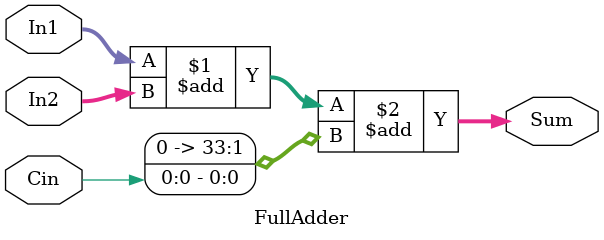
<source format=v>

module multiplier ( input  wire clk, start, is_signed,
                    input  wire [31:0] a, b, 
                    output wire [63:0] s
                   );

reg  is_signed_reg;
reg  [31:0] a_reg;

reg  enable;					
reg  [ 4:0] count ;
reg  [66:0] accumulator ; //(32 + 34) + 1 = 67

wire IsZero, IsDouble, IsNegative ;
wire [33:0] a_0, a_1, a_2 ; // 2(sign extend) + 32
wire [33:0] Sum ;
 
always@(posedge clk)
   if( start )
	 begin
	  a_reg         <=  a;
	  enable        <=  1;
	  is_signed_reg <= is_signed;
	  if( is_signed )
	   count <= 15; // repeat step-by-step addition for 16 clock cycles 
	  else
	   count <= 16; // repeat step-by-step addition for 17 clock cycles 
	 end 
	else if ( count != 5'b0 )
	 begin
	  count  <= (count  - 1); // decrement counter
	  enable <= (count != 0); 
	 end
	else
	  enable <= 0;
	 
always@(posedge clk)
   if( start )       // Initialize acc.
    accumulator <= { 32'b0, 2'b0,  b, 1'b0};
   else if ( enable )//continue only if enabled ( Tcycle != 0 )
    accumulator <= { Sum[33:0], accumulator[34:2]}; // discard two right most bit's of accumulator	
 
 // first shift a one unit to left
 assign a_0[33:0] = (IsDouble)? {{(is_signed_reg)? a_reg[31] : 1'b0}, a_reg[31:0], 1'b0} : { {2{(is_signed_reg)? a_reg[31] : 1'b0}}, a_reg[31:0]};
 // second complement if necessary
 assign a_1[33:0] = a_0 ^ {34{IsNegative}};
 // third check whether it should be zero
 assign a_2[33:0] = a_1 & {34{~IsZero   }};
 // assign correct part of acc. as result  
 assign   s[63:0] = is_signed_reg? accumulator[66:3] : accumulator[64:1] ;
 
 FullAdder    module0( a_2[33:0], { {2{accumulator[66]} }, accumulator[66:35]}, (IsNegative)&(~IsZero), Sum);
 BoothEncoder module1( accumulator[2:0], IsZero, IsDouble, IsNegative);
endmodule 
//-----------------------------------------------------------------
module BoothEncoder( input wire [2:0] in, output wire IsZero, IsDouble, IsNegative);
  assign IsZero     = (in == 3'b000)|(in == 3'b111);
  assign IsDouble   = (in == 3'b011)|(in == 3'b100);  
  assign IsNegative =  in[2]; 
endmodule
//-----------------------------------------------------------------
module FullAdder   ( input wire [33:0] In1,In2, input wire Cin, output wire [33:0] Sum); // 34 bit full-adder						
  assign Sum[33:0] = In1[33:0] + In2[33:0] + { 33'b0 , Cin } ;						
endmodule

// Booth Table
// 0 - 0 - 0 :   x
// 0 - 0 - 1 :   A
// 0 - 1 - 0 :   A
// 0 - 1 - 1 :  2A
// 1 - 0 - 0 : -2A
// 1 - 0 - 1 : - A
// 1 - 1 - 0 : - A
// 1 - 1 - 1 :   x 
</source>
